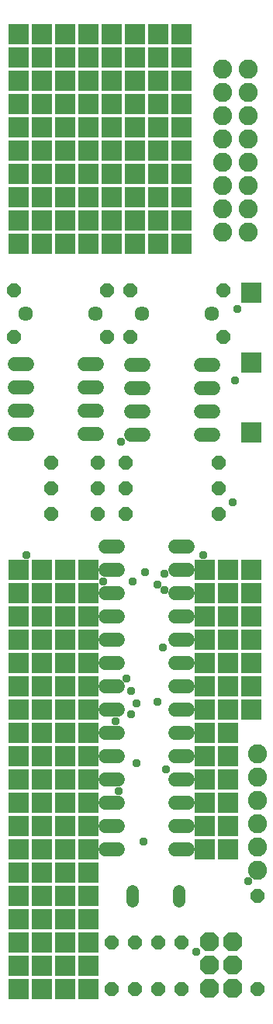
<source format=gbs>
G04 EAGLE Gerber RS-274X export*
G75*
%MOMM*%
%FSLAX34Y34*%
%LPD*%
%INBottom Solder Mask*%
%IPPOS*%
%AMOC8*
5,1,8,0,0,1.08239X$1,22.5*%
G01*
%ADD10R,2.235200X2.235200*%
%ADD11C,1.524000*%
%ADD12P,1.649562X8X292.500000*%
%ADD13P,1.649562X8X112.500000*%
%ADD14P,2.254402X8X292.500000*%
%ADD15C,1.320800*%
%ADD16C,2.082800*%
%ADD17P,1.649562X8X202.500000*%
%ADD18P,1.649562X8X22.500000*%
%ADD19C,1.611200*%
%ADD20C,0.959600*%


D10*
X25400Y350520D03*
X25400Y325120D03*
X25400Y299720D03*
X25400Y274320D03*
X25400Y248920D03*
X25400Y223520D03*
X25400Y198120D03*
X25400Y172720D03*
X25400Y147320D03*
X25400Y121920D03*
X25400Y96520D03*
X25400Y71120D03*
X25400Y45720D03*
X25400Y20320D03*
X25400Y909320D03*
X25400Y426720D03*
X25400Y883920D03*
X25400Y858520D03*
X25400Y833120D03*
X25400Y401320D03*
X25400Y375920D03*
D11*
X120396Y502920D02*
X133604Y502920D01*
X133604Y477520D02*
X120396Y477520D01*
X120396Y452120D02*
X133604Y452120D01*
X133604Y426720D02*
X120396Y426720D01*
X120396Y401320D02*
X133604Y401320D01*
X133604Y375920D02*
X120396Y375920D01*
X120396Y350520D02*
X133604Y350520D01*
X133604Y325120D02*
X120396Y325120D01*
X120396Y299720D02*
X133604Y299720D01*
X133604Y274320D02*
X120396Y274320D01*
X120396Y248920D02*
X133604Y248920D01*
X133604Y223520D02*
X120396Y223520D01*
X120396Y198120D02*
X133604Y198120D01*
X133604Y172720D02*
X120396Y172720D01*
X196596Y172720D02*
X209804Y172720D01*
X209804Y198120D02*
X196596Y198120D01*
X196596Y223520D02*
X209804Y223520D01*
X209804Y248920D02*
X196596Y248920D01*
X196596Y274320D02*
X209804Y274320D01*
X209804Y299720D02*
X196596Y299720D01*
X196596Y325120D02*
X209804Y325120D01*
X209804Y350520D02*
X196596Y350520D01*
X196596Y375920D02*
X209804Y375920D01*
X209804Y401320D02*
X196596Y401320D01*
X196596Y426720D02*
X209804Y426720D01*
X209804Y452120D02*
X196596Y452120D01*
X196596Y477520D02*
X209804Y477520D01*
X209804Y502920D02*
X196596Y502920D01*
D12*
X285750Y121920D03*
X285750Y20320D03*
D13*
X203200Y20320D03*
X203200Y71120D03*
D14*
X233680Y72390D03*
X259080Y72390D03*
X233680Y46990D03*
X259080Y46990D03*
X233680Y21590D03*
X259080Y21590D03*
D13*
X177800Y20320D03*
X177800Y71120D03*
D15*
X200660Y116332D02*
X200660Y127508D01*
X149860Y127508D02*
X149860Y116332D01*
D12*
X127000Y71120D03*
X127000Y20320D03*
X152400Y71120D03*
X152400Y20320D03*
D16*
X285750Y276860D03*
X285750Y251460D03*
X285750Y226060D03*
X285750Y200660D03*
X285750Y175260D03*
X285750Y149860D03*
D11*
X34544Y702310D02*
X21336Y702310D01*
X21336Y676910D02*
X34544Y676910D01*
X97536Y676910D02*
X110744Y676910D01*
X110744Y702310D02*
X97536Y702310D01*
X34544Y651510D02*
X21336Y651510D01*
X21336Y626110D02*
X34544Y626110D01*
X97536Y651510D02*
X110744Y651510D01*
X110744Y626110D02*
X97536Y626110D01*
D17*
X111760Y538480D03*
X60960Y538480D03*
D11*
X148336Y701040D02*
X161544Y701040D01*
X161544Y675640D02*
X148336Y675640D01*
X224536Y675640D02*
X237744Y675640D01*
X237744Y701040D02*
X224536Y701040D01*
X161544Y650240D02*
X148336Y650240D01*
X148336Y624840D02*
X161544Y624840D01*
X224536Y650240D02*
X237744Y650240D01*
X237744Y624840D02*
X224536Y624840D01*
D17*
X111760Y566420D03*
X60960Y566420D03*
D18*
X142240Y594360D03*
X243840Y594360D03*
X147320Y731520D03*
X248920Y731520D03*
X142240Y566420D03*
X243840Y566420D03*
D16*
X275590Y845820D03*
X247650Y845820D03*
X275590Y871220D03*
X247650Y871220D03*
X275590Y896620D03*
X247650Y896620D03*
X275590Y922020D03*
X247650Y922020D03*
X275590Y947420D03*
X247650Y947420D03*
X275590Y972820D03*
X247650Y972820D03*
X275590Y998220D03*
X247650Y998220D03*
X275590Y1023620D03*
X247650Y1023620D03*
D10*
X279400Y703580D03*
X279400Y779780D03*
X25400Y1061720D03*
X25400Y1036320D03*
D18*
X60960Y594360D03*
X111760Y594360D03*
X20320Y731520D03*
X121920Y731520D03*
X20320Y782320D03*
X121920Y782320D03*
X147320Y782320D03*
X248920Y782320D03*
D19*
X33020Y756920D03*
X109220Y756920D03*
X160020Y756920D03*
X236220Y756920D03*
D18*
X142240Y538480D03*
X243840Y538480D03*
D20*
X147828Y320040D03*
X264160Y762000D03*
X261620Y684304D03*
D10*
X25400Y985520D03*
D20*
X184404Y473964D03*
X153924Y332232D03*
X153924Y266700D03*
X134112Y236220D03*
X259080Y551688D03*
X149352Y464820D03*
X117348Y464820D03*
X227076Y493776D03*
X147828Y345948D03*
X161544Y181356D03*
X275844Y138684D03*
X219456Y60960D03*
X163068Y475488D03*
X176784Y461772D03*
X176784Y333756D03*
X143256Y359664D03*
X33528Y493776D03*
X131064Y312420D03*
X185928Y260604D03*
X137160Y617220D03*
X182880Y393192D03*
X184404Y455676D03*
D10*
X25400Y960120D03*
X25400Y1010920D03*
X50800Y20320D03*
X76200Y20320D03*
X101600Y20320D03*
X101600Y45720D03*
X76200Y45720D03*
X50800Y45720D03*
X50800Y71120D03*
X76200Y71120D03*
X101600Y71120D03*
X101600Y96520D03*
X76200Y96520D03*
X50800Y96520D03*
X50800Y121920D03*
X76200Y121920D03*
X101600Y121920D03*
X101600Y147320D03*
X76200Y147320D03*
X50800Y147320D03*
X50800Y172720D03*
X76200Y172720D03*
X101600Y172720D03*
X101600Y198120D03*
X76200Y198120D03*
X50800Y198120D03*
X50800Y223520D03*
X76200Y223520D03*
X101600Y223520D03*
X101600Y248920D03*
X76200Y248920D03*
X50800Y248920D03*
X50800Y274320D03*
X76200Y274320D03*
X101600Y274320D03*
X101600Y299720D03*
X76200Y299720D03*
X50800Y299720D03*
X50800Y325120D03*
X76200Y325120D03*
X101600Y325120D03*
X101600Y350520D03*
X76200Y350520D03*
X50800Y350520D03*
X50800Y375920D03*
X76200Y375920D03*
X101600Y375920D03*
X101600Y401320D03*
X76200Y401320D03*
X50800Y401320D03*
X50800Y426720D03*
X76200Y426720D03*
X101600Y426720D03*
X101600Y452120D03*
X76200Y452120D03*
X50800Y452120D03*
X25400Y452120D03*
X25400Y477520D03*
X50800Y477520D03*
X76200Y477520D03*
X101600Y477520D03*
X228600Y172720D03*
X254000Y172720D03*
X254000Y198120D03*
X228600Y198120D03*
X228600Y223520D03*
X254000Y223520D03*
X254000Y248920D03*
X228600Y248920D03*
X228600Y274320D03*
X254000Y274320D03*
X254000Y299720D03*
X228600Y299720D03*
X228600Y325120D03*
X254000Y325120D03*
X254000Y350520D03*
X228600Y350520D03*
X279400Y350520D03*
X279400Y375920D03*
X254000Y375920D03*
X228600Y375920D03*
X228600Y401320D03*
X254000Y401320D03*
X279400Y401320D03*
X279400Y426720D03*
X254000Y426720D03*
X228600Y426720D03*
X228600Y452120D03*
X254000Y452120D03*
X279400Y452120D03*
X279400Y477520D03*
X254000Y477520D03*
X228600Y477520D03*
X50800Y1061720D03*
X76200Y1061720D03*
X101600Y1061720D03*
X127000Y1061720D03*
X152400Y1061720D03*
X177800Y1061720D03*
X203200Y1061720D03*
X203200Y1036320D03*
X177800Y1036320D03*
X152400Y1036320D03*
X127000Y1036320D03*
X101600Y1036320D03*
X76200Y1036320D03*
X50800Y1036320D03*
X50800Y1010920D03*
X76200Y1010920D03*
X101600Y1010920D03*
X127000Y1010920D03*
X152400Y1010920D03*
X177800Y1010920D03*
X203200Y1010920D03*
X50800Y960120D03*
X50800Y985520D03*
X76200Y985520D03*
X101600Y985520D03*
X127000Y985520D03*
X152400Y985520D03*
X177800Y985520D03*
X203200Y985520D03*
X203200Y960120D03*
X177800Y960120D03*
X152400Y960120D03*
X127000Y960120D03*
X101600Y960120D03*
X76200Y960120D03*
X25400Y934720D03*
X50800Y934720D03*
X76200Y934720D03*
X101600Y934720D03*
X127000Y934720D03*
X152400Y934720D03*
X177800Y934720D03*
X203200Y934720D03*
X203200Y909320D03*
X177800Y909320D03*
X152400Y909320D03*
X127000Y909320D03*
X101600Y909320D03*
X76200Y909320D03*
X50800Y909320D03*
X50800Y883920D03*
X76200Y883920D03*
X101600Y883920D03*
X127000Y883920D03*
X152400Y883920D03*
X177800Y883920D03*
X203200Y883920D03*
X203200Y858520D03*
X177800Y858520D03*
X152400Y858520D03*
X127000Y858520D03*
X101600Y858520D03*
X76200Y858520D03*
X50800Y858520D03*
X76200Y833120D03*
X101600Y833120D03*
X127000Y833120D03*
X152400Y833120D03*
X177800Y833120D03*
X203200Y833120D03*
X50800Y833120D03*
X279400Y627380D03*
X279400Y325120D03*
M02*

</source>
